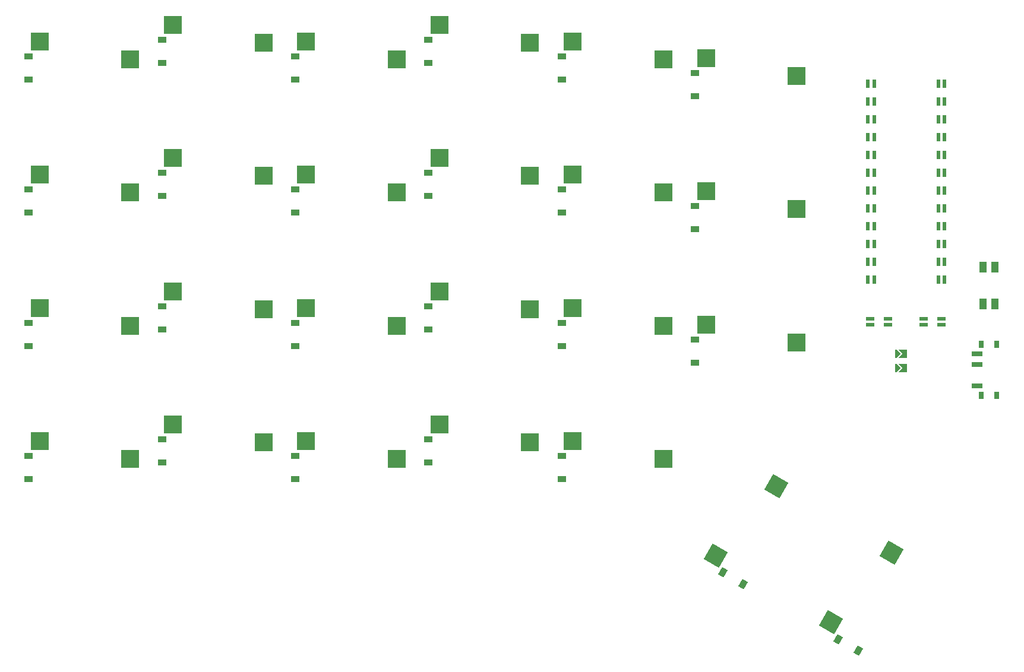
<source format=gbr>
%TF.GenerationSoftware,KiCad,Pcbnew,9.0.2*%
%TF.CreationDate,2025-06-15T23:24:52+08:00*%
%TF.ProjectId,eggada50_wireless_autorouted_manually_routed,65676761-6461-4353-905f-776972656c65,0.2*%
%TF.SameCoordinates,Original*%
%TF.FileFunction,Paste,Top*%
%TF.FilePolarity,Positive*%
%FSLAX46Y46*%
G04 Gerber Fmt 4.6, Leading zero omitted, Abs format (unit mm)*
G04 Created by KiCad (PCBNEW 9.0.2) date 2025-06-15 23:24:52*
%MOMM*%
%LPD*%
G01*
G04 APERTURE LIST*
G04 Aperture macros list*
%AMRotRect*
0 Rectangle, with rotation*
0 The origin of the aperture is its center*
0 $1 length*
0 $2 width*
0 $3 Rotation angle, in degrees counterclockwise*
0 Add horizontal line*
21,1,$1,$2,0,0,$3*%
%AMFreePoly0*
4,1,6,0.600000,-1.000000,0.000000,-0.400000,-0.600000,-1.000000,-0.600000,0.250000,0.600000,0.250000,0.600000,-1.000000,0.600000,-1.000000,$1*%
%AMFreePoly1*
4,1,6,0.600000,-0.200000,0.600000,-0.400000,-0.600000,-0.400000,-0.600000,-0.200000,0.000000,0.400000,0.600000,-0.200000,0.600000,-0.200000,$1*%
G04 Aperture macros list end*
%ADD10R,1.200000X0.900000*%
%ADD11R,2.550000X2.500000*%
%ADD12R,0.800000X1.000000*%
%ADD13R,1.500000X0.700000*%
%ADD14R,1.200000X0.600000*%
%ADD15FreePoly0,270.000000*%
%ADD16FreePoly1,270.000000*%
%ADD17R,1.000000X1.550000*%
%ADD18RotRect,2.550000X2.500000X60.000000*%
%ADD19R,0.600000X1.200000*%
%ADD20RotRect,0.900000X1.200000X150.000000*%
G04 APERTURE END LIST*
D10*
%TO.C,D31*%
X111600000Y-78950000D03*
X111600000Y-75650000D03*
%TD*%
D11*
%TO.C,S35*%
X145085000Y-78460000D03*
X132158000Y-75920000D03*
%TD*%
D10*
%TO.C,D28*%
X92600000Y-62325000D03*
X92600000Y-59025000D03*
%TD*%
%TO.C,D33*%
X111600000Y-40950000D03*
X111600000Y-37650000D03*
%TD*%
%TO.C,D47*%
X187600000Y-64700000D03*
X187600000Y-61400000D03*
%TD*%
D12*
%TO.C,PWR1*%
X228415000Y-81100000D03*
X228415000Y-88400000D03*
X230625000Y-81100000D03*
X230625000Y-88400000D03*
D13*
X227765000Y-87000000D03*
X227765000Y-84000000D03*
X227765000Y-82500000D03*
%TD*%
D14*
%TO.C,DISP1*%
X212567000Y-78350000D03*
X215107000Y-78350000D03*
X220187000Y-78350000D03*
X222727000Y-78350000D03*
X212567000Y-77450000D03*
X215107000Y-77450000D03*
X220187000Y-77450000D03*
X222727000Y-77450000D03*
%TD*%
D11*
%TO.C,S42*%
X183085000Y-97460000D03*
X170158000Y-94920000D03*
%TD*%
D10*
%TO.C,D37*%
X130600000Y-43325000D03*
X130600000Y-40025000D03*
%TD*%
%TO.C,D41*%
X149600000Y-40950000D03*
X149600000Y-37650000D03*
%TD*%
D11*
%TO.C,S27*%
X107085000Y-78460000D03*
X94158000Y-75920000D03*
%TD*%
%TO.C,S31*%
X126085000Y-76085000D03*
X113158000Y-73545000D03*
%TD*%
D15*
%TO.C,JST1*%
X217566000Y-84500000D03*
X217566000Y-82500000D03*
D16*
X216550000Y-84500000D03*
X216550000Y-82500000D03*
%TD*%
D10*
%TO.C,D26*%
X92600000Y-100325000D03*
X92600000Y-97025000D03*
%TD*%
D17*
%TO.C,RST1*%
X230350000Y-75375000D03*
X228650000Y-75375000D03*
X230350000Y-70125000D03*
X228650000Y-70125000D03*
%TD*%
D11*
%TO.C,S28*%
X107085000Y-59460000D03*
X94158000Y-56920000D03*
%TD*%
%TO.C,S38*%
X164085000Y-95085000D03*
X151158000Y-92545000D03*
%TD*%
D10*
%TO.C,D40*%
X149600000Y-59950000D03*
X149600000Y-56650000D03*
%TD*%
D11*
%TO.C,S47*%
X202085000Y-61835000D03*
X189158000Y-59295000D03*
%TD*%
%TO.C,S33*%
X126085000Y-38085000D03*
X113158000Y-35545000D03*
%TD*%
D10*
%TO.C,D34*%
X130600000Y-100325000D03*
X130600000Y-97025000D03*
%TD*%
D11*
%TO.C,S46*%
X202085000Y-80835000D03*
X189158000Y-78295000D03*
%TD*%
D10*
%TO.C,D32*%
X111600000Y-59950000D03*
X111600000Y-56650000D03*
%TD*%
%TO.C,D38*%
X149600000Y-97950000D03*
X149600000Y-94650000D03*
%TD*%
D11*
%TO.C,S37*%
X145085000Y-40460000D03*
X132158000Y-37920000D03*
%TD*%
D18*
%TO.C,S50*%
X215647295Y-110834210D03*
X206984091Y-120759320D03*
%TD*%
D10*
%TO.C,D48*%
X187600000Y-45700000D03*
X187600000Y-42400000D03*
%TD*%
%TO.C,D45*%
X168600000Y-43325000D03*
X168600000Y-40025000D03*
%TD*%
D11*
%TO.C,S39*%
X164085000Y-76085000D03*
X151158000Y-73545000D03*
%TD*%
D19*
%TO.C,MCU1*%
X223184000Y-43920000D03*
X223184000Y-46460000D03*
X223184000Y-49000000D03*
X223184000Y-51540000D03*
X223184000Y-54080000D03*
X223184000Y-56620000D03*
X223184000Y-59160000D03*
X223184000Y-61700000D03*
X223184000Y-64240000D03*
X223184000Y-66780000D03*
X223184000Y-69320000D03*
X223184000Y-71860000D03*
X212224000Y-71860000D03*
X212224000Y-69320000D03*
X212224000Y-66780000D03*
X212224000Y-64240000D03*
X212224000Y-61700000D03*
X212224000Y-59160000D03*
X212224000Y-56620000D03*
X212224000Y-54080000D03*
X212224000Y-51540000D03*
X212224000Y-49000000D03*
X212224000Y-46460000D03*
X212224000Y-43920000D03*
X222284000Y-43920000D03*
X222284000Y-46460000D03*
X222284000Y-49000000D03*
X222284000Y-51540000D03*
X222284000Y-54080000D03*
X222284000Y-56620000D03*
X222284000Y-59160000D03*
X222284000Y-61700000D03*
X222284000Y-64240000D03*
X222284000Y-66780000D03*
X222284000Y-69320000D03*
X222284000Y-71860000D03*
X213124000Y-71860000D03*
X213124000Y-69320000D03*
X213124000Y-66780000D03*
X213124000Y-64240000D03*
X213124000Y-61700000D03*
X213124000Y-59160000D03*
X213124000Y-56620000D03*
X213124000Y-54080000D03*
X213124000Y-51540000D03*
X213124000Y-49000000D03*
X213124000Y-46460000D03*
X213124000Y-43920000D03*
%TD*%
D11*
%TO.C,S34*%
X145085000Y-97460000D03*
X132158000Y-94920000D03*
%TD*%
D10*
%TO.C,D29*%
X92600000Y-43325000D03*
X92600000Y-40025000D03*
%TD*%
D18*
%TO.C,S49*%
X199192795Y-101334210D03*
X190529591Y-111259320D03*
%TD*%
D10*
%TO.C,D36*%
X130600000Y-62325000D03*
X130600000Y-59025000D03*
%TD*%
%TO.C,D35*%
X130600000Y-81325000D03*
X130600000Y-78025000D03*
%TD*%
D11*
%TO.C,S32*%
X126085000Y-57085000D03*
X113158000Y-54545000D03*
%TD*%
%TO.C,S44*%
X183085000Y-59460000D03*
X170158000Y-56920000D03*
%TD*%
D10*
%TO.C,D46*%
X187600000Y-83700000D03*
X187600000Y-80400000D03*
%TD*%
D11*
%TO.C,S48*%
X202085000Y-42835000D03*
X189158000Y-40295000D03*
%TD*%
D10*
%TO.C,D39*%
X149600000Y-78950000D03*
X149600000Y-75650000D03*
%TD*%
%TO.C,D30*%
X111600000Y-97950000D03*
X111600000Y-94650000D03*
%TD*%
D11*
%TO.C,S45*%
X183085000Y-40460000D03*
X170158000Y-37920000D03*
%TD*%
D10*
%TO.C,D27*%
X92600000Y-81325000D03*
X92600000Y-78025000D03*
%TD*%
D20*
%TO.C,D50*%
X210885942Y-124811100D03*
X208028058Y-123161100D03*
%TD*%
D11*
%TO.C,S40*%
X164085000Y-57085000D03*
X151158000Y-54545000D03*
%TD*%
%TO.C,S36*%
X145085000Y-59460000D03*
X132158000Y-56920000D03*
%TD*%
%TO.C,S29*%
X107085000Y-40460000D03*
X94158000Y-37920000D03*
%TD*%
D20*
%TO.C,D49*%
X194431442Y-115311100D03*
X191573558Y-113661100D03*
%TD*%
D10*
%TO.C,D44*%
X168600000Y-62325000D03*
X168600000Y-59025000D03*
%TD*%
D11*
%TO.C,S41*%
X164085000Y-38085000D03*
X151158000Y-35545000D03*
%TD*%
%TO.C,S43*%
X183085000Y-78460000D03*
X170158000Y-75920000D03*
%TD*%
D10*
%TO.C,D42*%
X168600000Y-100325000D03*
X168600000Y-97025000D03*
%TD*%
D11*
%TO.C,S26*%
X107085000Y-97460000D03*
X94158000Y-94920000D03*
%TD*%
%TO.C,S30*%
X126085000Y-95085000D03*
X113158000Y-92545000D03*
%TD*%
D10*
%TO.C,D43*%
X168600000Y-81325000D03*
X168600000Y-78025000D03*
%TD*%
M02*

</source>
